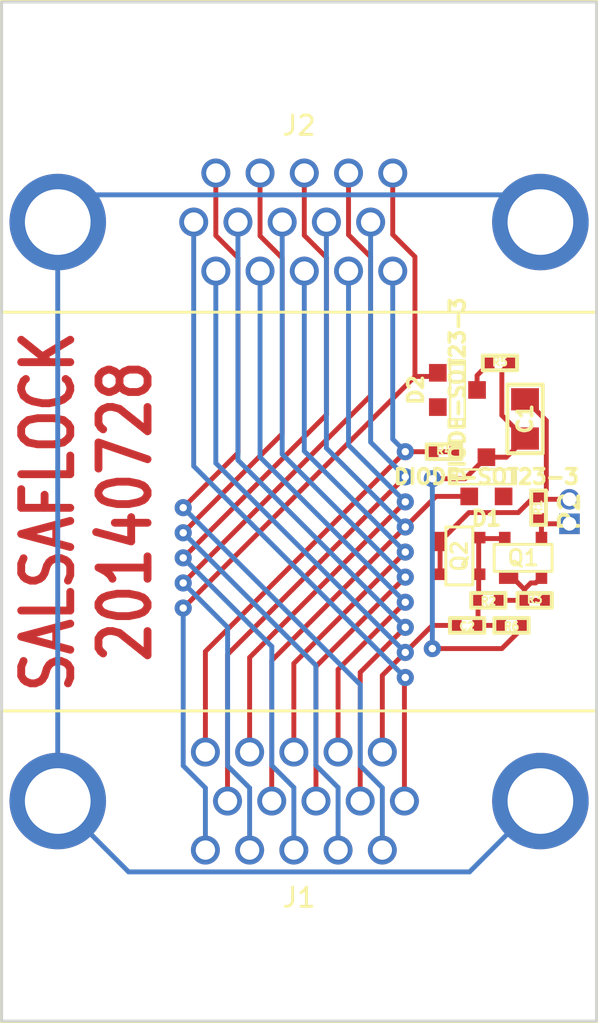
<source format=kicad_pcb>

(kicad_pcb
  (version 20171130)
  (host pcbnew "(5.1.12)-1")
  (general
    (thickness 1.6)
    (drawings 6)
    (tracks 152)
    (zones 0)
    (modules 15)
    (nets 23))
  (page A3)
  (layers
    (0 F.Cu signal)
    (31 B.Cu signal)
    (32 B.Adhes user hide)
    (33 F.Adhes user hide)
    (34 B.Paste user hide)
    (35 F.Paste user hide)
    (36 B.SilkS user hide)
    (37 F.SilkS user hide)
    (38 B.Mask user hide)
    (39 F.Mask user hide)
    (40 Dwgs.User user hide)
    (41 Cmts.User user hide)
    (42 Eco1.User user hide)
    (43 Eco2.User user hide)
    (44 Edge.Cuts user))
  (setup
    (last_trace_width 0.254)
    (trace_clearance 0.254)
    (zone_clearance 0.254)
    (zone_45_only no)
    (trace_min 0.254)
    (via_size 0.889)
    (via_drill 0.381)
    (via_min_size 0.6858)
    (via_min_drill 0.381)
    (uvia_size 0.508)
    (uvia_drill 0.127)
    (uvias_allowed no)
    (uvia_min_size 0.508)
    (uvia_min_drill 0.127)
    (edge_width 0.15)
    (segment_width 0.15)
    (pcb_text_width 0.3)
    (pcb_text_size 1 1)
    (mod_edge_width 0.15)
    (mod_text_size 1 1)
    (mod_text_width 0.15)
    (pad_size 0.508 0.5588)
    (pad_drill 0)
    (pad_to_mask_clearance 0.0762)
    (aux_axis_origin 0 0)
    (visible_elements 7FFFFFFF)
    (pcbplotparams
      (layerselection 0x00030_ffffffff)
      (usegerberextensions true)
      (usegerberattributes true)
      (usegerberadvancedattributes true)
      (creategerberjobfile true)
      (excludeedgelayer true)
      (linewidth 0.15)
      (plotframeref false)
      (viasonmask false)
      (mode 1)
      (useauxorigin false)
      (hpglpennumber 1)
      (hpglpenspeed 20)
      (hpglpendiameter 15.0)
      (psnegative false)
      (psa4output false)
      (plotreference false)
      (plotvalue false)
      (plotinvisibletext false)
      (padsonsilk false)
      (subtractmaskfromsilk false)
      (outputformat 1)
      (mirror false)
      (drillshape 0)
      (scaleselection 1)
      (outputdirectory "gerbers")))
  (net 0 "")
  (net 1 /DRAIN)
  (net 2 /GATE)
  (net 3 /KEY)
  (net 4 /RED)
  (net 5 /SCL)
  (net 6 /SHIELD)
  (net 7 /SOURCE)
  (net 8 /VGAGND)
  (net 9 GND)
  (net 10 N-000001)
  (net 11 N-0000010)
  (net 12 N-0000011)
  (net 13 N-0000014)
  (net 14 N-0000016)
  (net 15 N-000002)
  (net 16 N-000003)
  (net 17 N-000004)
  (net 18 N-000005)
  (net 19 N-000006)
  (net 20 N-000007)
  (net 21 N-000008)
  (net 22 N-000009)
  (net_class Default "This is the default net class."
    (clearance 0.254)
    (trace_width 0.254)
    (via_dia 0.889)
    (via_drill 0.381)
    (uvia_dia 0.508)
    (uvia_drill 0.127)
    (add_net /DRAIN)
    (add_net /GATE)
    (add_net /KEY)
    (add_net /RED)
    (add_net /SCL)
    (add_net /SHIELD)
    (add_net /SOURCE)
    (add_net /VGAGND)
    (add_net GND)
    (add_net N-000001)
    (add_net N-0000010)
    (add_net N-0000011)
    (add_net N-0000014)
    (add_net N-0000016)
    (add_net N-000002)
    (add_net N-000003)
    (add_net N-000004)
    (add_net N-000005)
    (add_net N-000006)
    (add_net N-000007)
    (add_net N-000008)
    (add_net N-000009))
  (module GSG-0402-SHORT-10MIL
    (layer F.Cu)
    (tedit 64637DC6)
    (tstamp 53B03628)
    (at 132.5 91.9 180)
    (path /53B032AD)
    (solder_mask_margin 0.1016)
    (fp_text reference R4
      (at 0 0.0508 180)
      (layer F.SilkS)
      (effects
        (font
          (size 0.4064 0.4064)
          (thickness 0.1016))))
    (fp_text value 0
      (at 0 0.0508 180)
      (layer F.SilkS) hide
      (effects
        (font
          (size 0.4064 0.4064)
          (thickness 0.1016))))
    (fp_line
      (start 0.889 -0.381)
      (end 0.889 0.381)
      (layer F.SilkS)
      (width 0.2032))
    (fp_line
      (start 0.889 0.381)
      (end -0.889 0.381)
      (layer F.SilkS)
      (width 0.2032))
    (fp_line
      (start -0.889 0.381)
      (end -0.889 -0.381)
      (layer F.SilkS)
      (width 0.2032))
    (fp_line
      (start -0.889 -0.381)
      (end 0.889 -0.381)
      (layer F.SilkS)
      (width 0.2032))
    (pad 2 smd rect
      (at 0.5334 0 180)
      (size 0.508 0.5588)
      (layers F.Cu F.Mask)
      (net 8 /VGAGND)
      (solder_mask_margin 0.1016))
    (pad 1 smd rect
      (at -0.5334 0 180)
      (size 0.508 0.5588)
      (layers F.Cu F.Mask)
      (die_length -1518.485687)
      (solder_mask_margin 0.1016))
    (pad "" smd rect
      (at 0 0 180)
      (size 0.762 0.254)
      (layers F.Cu F.Mask)))
  (module GSG-0402
    (layer F.Cu)
    (tedit 53B03450)
    (tstamp 53B0360A)
    (at 134.8 99.6)
    (path /53703213)
    (solder_mask_margin 0.1016)
    (fp_text reference R2
      (at 0 0.0508)
      (layer F.SilkS)
      (effects
        (font
          (size 0.4064 0.4064)
          (thickness 0.1016))))
    (fp_text value 10k
      (at 0 0.0508)
      (layer F.SilkS) hide
      (effects
        (font
          (size 0.4064 0.4064)
          (thickness 0.1016))))
    (fp_line
      (start 0.889 -0.381)
      (end 0.889 0.381)
      (layer F.SilkS)
      (width 0.2032))
    (fp_line
      (start 0.889 0.381)
      (end -0.889 0.381)
      (layer F.SilkS)
      (width 0.2032))
    (fp_line
      (start -0.889 0.381)
      (end -0.889 -0.381)
      (layer F.SilkS)
      (width 0.2032))
    (fp_line
      (start -0.889 -0.381)
      (end 0.889 -0.381)
      (layer F.SilkS)
      (width 0.2032))
    (pad 2 smd rect
      (at 0.5334 0)
      (size 0.508 0.5588)
      (layers F.Cu F.Paste F.Mask)
      (net 7 /SOURCE)
      (solder_mask_margin 0.1016))
    (pad 1 smd rect
      (at -0.5334 0)
      (size 0.508 0.5588)
      (layers F.Cu F.Paste F.Mask)
      (net 2 /GATE)
      (die_length -1518.485687)
      (solder_mask_margin 0.1016)))
  (module GSG-0402
    (layer F.Cu)
    (tedit 53B3B4DC)
    (tstamp 53B03614)
    (at 137.4 94.8 90)
    (path /5370DAFA)
    (solder_mask_margin 0.1016)
    (fp_text reference R1
      (at 0 -0.037 90)
      (layer F.SilkS)
      (effects
        (font
          (size 0.4064 0.4064)
          (thickness 0.1016))))
    (fp_text value DNP
      (at 0 0.0508 90)
      (layer F.SilkS) hide
      (effects
        (font
          (size 0.4064 0.4064)
          (thickness 0.1016))))
    (fp_line
      (start 0.889 -0.381)
      (end 0.889 0.381)
      (layer F.SilkS)
      (width 0.2032))
    (fp_line
      (start 0.889 0.381)
      (end -0.889 0.381)
      (layer F.SilkS)
      (width 0.2032))
    (fp_line
      (start -0.889 0.381)
      (end -0.889 -0.381)
      (layer F.SilkS)
      (width 0.2032))
    (fp_line
      (start -0.889 -0.381)
      (end 0.889 -0.381)
      (layer F.SilkS)
      (width 0.2032))
    (pad 2 smd rect
      (at 0.5334 0 90)
      (size 0.508 0.5588)
      (layers F.Cu F.Paste F.Mask)
      (net 9 GND)
      (solder_mask_margin 0.1016))
    (pad 1 smd rect
      (at -0.5334 0 90)
      (size 0.508 0.5588)
      (layers F.Cu F.Paste F.Mask)
      (net 1 /DRAIN)
      (die_length -1518.485687)
      (solder_mask_margin 0.1016)))
  (module GSG-50MIL-HEADER-1x2-TH
    (layer F.Cu)
    (tedit 53B03A6B)
    (tstamp 53B035FA)
    (at 139 95 90)
    (path /53B03152)
    (fp_text reference P2
      (at 0 0 90)
      (layer F.SilkS)
      (effects
        (font
          (size 1.00076 1.00076)
          (thickness 0.2032))))
    (fp_text value ANTENNA
      (at 0 0 90)
      (layer F.SilkS) hide
      (effects
        (font
          (size 1.00076 1.00076)
          (thickness 0.2032))))
    (pad 1 thru_hole rect
      (at -0.635 0 90)
      (size 1.0668 1.0668)
      (drill 0.7112)
      (layers *.Cu *.Mask)
      (net 1 /DRAIN))
    (pad 2 thru_hole circle
      (at 0.635 0 90)
      (size 1.0668 1.0668)
      (drill 0.7112)
      (layers *.Cu *.Mask)
      (net 9 GND)))
  (module GSG-0402-SHORT-10MIL
    (layer F.Cu)
    (tedit 64637E0E)
    (tstamp 53B0361E)
    (at 137.2 99.6 180)
    (path /5370DB07)
    (solder_mask_margin 0.1016)
    (fp_text reference R3
      (at 0 0.0508 180)
      (layer F.SilkS)
      (effects
        (font
          (size 0.4064 0.4064)
          (thickness 0.1016))))
    (fp_text value 0
      (at 0 0.0508 180)
      (layer F.SilkS) hide
      (effects
        (font
          (size 0.4064 0.4064)
          (thickness 0.1016))))
    (fp_line
      (start 0.889 -0.381)
      (end 0.889 0.381)
      (layer F.SilkS)
      (width 0.2032))
    (fp_line
      (start 0.889 0.381)
      (end -0.889 0.381)
      (layer F.SilkS)
      (width 0.2032))
    (fp_line
      (start -0.889 0.381)
      (end -0.889 -0.381)
      (layer F.SilkS)
      (width 0.2032))
    (fp_line
      (start -0.889 -0.381)
      (end 0.889 -0.381)
      (layer F.SilkS)
      (width 0.2032))
    (pad 2 smd rect
      (at 0.5334 0 180)
      (size 0.508 0.5588)
      (layers F.Cu F.Mask)
      (net 7 /SOURCE)
      (solder_mask_margin 0.1016))
    (pad 1 smd rect
      (at -0.5334 0 180)
      (size 0.508 0.5588)
      (layers F.Cu F.Mask)
      (die_length -1518.485687)
      (solder_mask_margin 0.1016))
    (pad "" smd rect
      (at 0 0 180)
      (size 0.762 0.254)
      (layers F.Cu F.Mask)))
  (module GSG-DB15-VGA
    (layer F.Cu)
    (tedit 53C81AA9)
    (tstamp 53C81BF1)
    (at 125 110)
    (path /53C80301)
    (fp_text reference J1
      (at 0 5)
      (layer F.SilkS)
      (effects
        (font
          (size 1 1)
          (thickness 0.15))))
    (fp_text value DB15-VGA
      (at 0 7)
      (layer F.SilkS) hide
      (effects
        (font
          (size 1 1)
          (thickness 0.15))))
    (fp_line
      (start -15.41 11.43)
      (end 15.41 11.43)
      (layer F.SilkS)
      (width 0.15))
    (fp_line
      (start 15.41 -4.67)
      (end -15.41 -4.67)
      (layer F.SilkS)
      (width 0.15))
    (fp_line
      (start 15.41 11.43)
      (end 15.41 -4.67)
      (layer F.SilkS)
      (width 0.15))
    (fp_line
      (start -15.41 11.43)
      (end -15.41 -4.67)
      (layer F.SilkS)
      (width 0.15))
    (pad 0 thru_hole circle
      (at -12.495 0)
      (size 5 5)
      (drill 3.4)
      (layers *.Cu *.Mask)
      (net 6 /SHIELD))
    (pad 0 thru_hole circle
      (at 12.495 0)
      (size 5 5)
      (drill 3.4)
      (layers *.Cu *.Mask)
      (net 6 /SHIELD))
    (pad 6 thru_hole circle
      (at 5.455 0)
      (size 1.5 1.5)
      (drill 1)
      (layers *.Cu *.Mask)
      (net 19 N-000006))
    (pad 7 thru_hole circle
      (at 3.165 0)
      (size 1.5 1.5)
      (drill 1)
      (layers *.Cu *.Mask)
      (net 15 N-000002))
    (pad 8 thru_hole circle
      (at 0.875 0)
      (size 1.5 1.5)
      (drill 1)
      (layers *.Cu *.Mask)
      (net 20 N-000007))
    (pad 9 thru_hole circle
      (at -1.415 0)
      (size 1.5 1.5)
      (drill 1)
      (layers *.Cu *.Mask)
      (net 3 /KEY))
    (pad 10 thru_hole circle
      (at -3.705 0)
      (size 1.5 1.5)
      (drill 1)
      (layers *.Cu *.Mask)
      (net 10 N-000001))
    (pad 1 thru_hole circle
      (at 4.31 -2.54)
      (size 1.5 1.5)
      (drill 1)
      (layers *.Cu *.Mask)
      (net 4 /RED))
    (pad 2 thru_hole circle
      (at 2.02 -2.54)
      (size 1.5 1.5)
      (drill 1)
      (layers *.Cu *.Mask)
      (net 16 N-000003))
    (pad 3 thru_hole circle
      (at -0.27 -2.54)
      (size 1.5 1.5)
      (drill 1)
      (layers *.Cu *.Mask)
      (net 17 N-000004))
    (pad 4 thru_hole circle
      (at -2.56 -2.54)
      (size 1.5 1.5)
      (drill 1)
      (layers *.Cu *.Mask)
      (net 18 N-000005))
    (pad 5 thru_hole circle
      (at -4.85 -2.54)
      (size 1.5 1.5)
      (drill 1)
      (layers *.Cu *.Mask)
      (net 8 /VGAGND))
    (pad 11 thru_hole circle
      (at 4.31 2.54)
      (size 1.5 1.5)
      (drill 1)
      (layers *.Cu *.Mask)
      (net 21 N-000008))
    (pad 12 thru_hole circle
      (at 2.02 2.54)
      (size 1.5 1.5)
      (drill 1)
      (layers *.Cu *.Mask)
      (net 22 N-000009))
    (pad 13 thru_hole circle
      (at -0.27 2.54)
      (size 1.5 1.5)
      (drill 1)
      (layers *.Cu *.Mask)
      (net 11 N-0000010))
    (pad 14 thru_hole circle
      (at -2.56 2.54)
      (size 1.5 1.5)
      (drill 1)
      (layers *.Cu *.Mask)
      (net 12 N-0000011))
    (pad 15 thru_hole circle
      (at -4.85 2.54)
      (size 1.5 1.5)
      (drill 1)
      (layers *.Cu *.Mask)
      (net 5 /SCL)))
  (module GSG-DB15-VGA
    (layer F.Cu)
    (tedit 53C81AA9)
    (tstamp 53C81C0A)
    (at 125 80 180)
    (path /53C8030E)
    (fp_text reference J2
      (at 0 5 180)
      (layer F.SilkS)
      (effects
        (font
          (size 1 1)
          (thickness 0.15))))
    (fp_text value DB15-VGA
      (at 0 7 180)
      (layer F.SilkS) hide
      (effects
        (font
          (size 1 1)
          (thickness 0.15))))
    (fp_line
      (start -15.41 11.43)
      (end 15.41 11.43)
      (layer F.SilkS)
      (width 0.15))
    (fp_line
      (start 15.41 -4.67)
      (end -15.41 -4.67)
      (layer F.SilkS)
      (width 0.15))
    (fp_line
      (start 15.41 11.43)
      (end 15.41 -4.67)
      (layer F.SilkS)
      (width 0.15))
    (fp_line
      (start -15.41 11.43)
      (end -15.41 -4.67)
      (layer F.SilkS)
      (width 0.15))
    (pad 0 thru_hole circle
      (at -12.495 0 180)
      (size 5 5)
      (drill 3.4)
      (layers *.Cu *.Mask)
      (net 6 /SHIELD))
    (pad 0 thru_hole circle
      (at 12.495 0 180)
      (size 5 5)
      (drill 3.4)
      (layers *.Cu *.Mask)
      (net 6 /SHIELD))
    (pad 6 thru_hole circle
      (at 5.455 0 180)
      (size 1.5 1.5)
      (drill 1)
      (layers *.Cu *.Mask)
      (net 19 N-000006))
    (pad 7 thru_hole circle
      (at 3.165 0 180)
      (size 1.5 1.5)
      (drill 1)
      (layers *.Cu *.Mask)
      (net 15 N-000002))
    (pad 8 thru_hole circle
      (at 0.875 0 180)
      (size 1.5 1.5)
      (drill 1)
      (layers *.Cu *.Mask)
      (net 20 N-000007))
    (pad 9 thru_hole circle
      (at -1.415 0 180)
      (size 1.5 1.5)
      (drill 1)
      (layers *.Cu *.Mask)
      (net 3 /KEY))
    (pad 10 thru_hole circle
      (at -3.705 0 180)
      (size 1.5 1.5)
      (drill 1)
      (layers *.Cu *.Mask)
      (net 10 N-000001))
    (pad 1 thru_hole circle
      (at 4.31 -2.54 180)
      (size 1.5 1.5)
      (drill 1)
      (layers *.Cu *.Mask)
      (net 4 /RED))
    (pad 2 thru_hole circle
      (at 2.02 -2.54 180)
      (size 1.5 1.5)
      (drill 1)
      (layers *.Cu *.Mask)
      (net 16 N-000003))
    (pad 3 thru_hole circle
      (at -0.27 -2.54 180)
      (size 1.5 1.5)
      (drill 1)
      (layers *.Cu *.Mask)
      (net 17 N-000004))
    (pad 4 thru_hole circle
      (at -2.56 -2.54 180)
      (size 1.5 1.5)
      (drill 1)
      (layers *.Cu *.Mask)
      (net 18 N-000005))
    (pad 5 thru_hole circle
      (at -4.85 -2.54 180)
      (size 1.5 1.5)
      (drill 1)
      (layers *.Cu *.Mask)
      (net 8 /VGAGND))
    (pad 11 thru_hole circle
      (at 4.31 2.54 180)
      (size 1.5 1.5)
      (drill 1)
      (layers *.Cu *.Mask)
      (net 21 N-000008))
    (pad 12 thru_hole circle
      (at 2.02 2.54 180)
      (size 1.5 1.5)
      (drill 1)
      (layers *.Cu *.Mask)
      (net 22 N-000009))
    (pad 13 thru_hole circle
      (at -0.27 2.54 180)
      (size 1.5 1.5)
      (drill 1)
      (layers *.Cu *.Mask)
      (net 11 N-0000010))
    (pad 14 thru_hole circle
      (at -2.56 2.54 180)
      (size 1.5 1.5)
      (drill 1)
      (layers *.Cu *.Mask)
      (net 12 N-0000011))
    (pad 15 thru_hole circle
      (at -4.85 2.54 180)
      (size 1.5 1.5)
      (drill 1)
      (layers *.Cu *.Mask)
      (net 5 /SCL)))
  (module GSG-0402
    (layer F.Cu)
    (tedit 53B03450)
    (tstamp 53C81C3A)
    (at 135.4 87.3 180)
    (path /53BD859D)
    (solder_mask_margin 0.1016)
    (fp_text reference R5
      (at 0 0.0508 180)
      (layer F.SilkS)
      (effects
        (font
          (size 0.4064 0.4064)
          (thickness 0.1016))))
    (fp_text value 10k
      (at 0 0.0508 180)
      (layer F.SilkS) hide
      (effects
        (font
          (size 0.4064 0.4064)
          (thickness 0.1016))))
    (fp_line
      (start 0.889 -0.381)
      (end 0.889 0.381)
      (layer F.SilkS)
      (width 0.2032))
    (fp_line
      (start 0.889 0.381)
      (end -0.889 0.381)
      (layer F.SilkS)
      (width 0.2032))
    (fp_line
      (start -0.889 0.381)
      (end -0.889 -0.381)
      (layer F.SilkS)
      (width 0.2032))
    (fp_line
      (start -0.889 -0.381)
      (end 0.889 -0.381)
      (layer F.SilkS)
      (width 0.2032))
    (pad 2 smd rect
      (at 0.5334 0 180)
      (size 0.508 0.5588)
      (layers F.Cu F.Paste F.Mask)
      (net 13 N-0000014)
      (solder_mask_margin 0.1016))
    (pad 1 smd rect
      (at -0.5334 0 180)
      (size 0.508 0.5588)
      (layers F.Cu F.Paste F.Mask)
      (net 14 N-0000016)
      (die_length -1518.485687)
      (solder_mask_margin 0.1016)))
  (module GSG-0402
    (layer F.Cu)
    (tedit 53B03450)
    (tstamp 53C81C44)
    (at 133.7 100.9)
    (path /53BD8613)
    (solder_mask_margin 0.1016)
    (fp_text reference C2
      (at 0 0.0508)
      (layer F.SilkS)
      (effects
        (font
          (size 0.4064 0.4064)
          (thickness 0.1016))))
    (fp_text value 1uF
      (at 0 0.0508)
      (layer F.SilkS) hide
      (effects
        (font
          (size 0.4064 0.4064)
          (thickness 0.1016))))
    (fp_line
      (start 0.889 -0.381)
      (end 0.889 0.381)
      (layer F.SilkS)
      (width 0.2032))
    (fp_line
      (start 0.889 0.381)
      (end -0.889 0.381)
      (layer F.SilkS)
      (width 0.2032))
    (fp_line
      (start -0.889 0.381)
      (end -0.889 -0.381)
      (layer F.SilkS)
      (width 0.2032))
    (fp_line
      (start -0.889 -0.381)
      (end 0.889 -0.381)
      (layer F.SilkS)
      (width 0.2032))
    (pad 2 smd rect
      (at 0.5334 0)
      (size 0.508 0.5588)
      (layers F.Cu F.Paste F.Mask)
      (net 2 /GATE)
      (solder_mask_margin 0.1016))
    (pad 1 smd rect
      (at -0.5334 0)
      (size 0.508 0.5588)
      (layers F.Cu F.Paste F.Mask)
      (net 4 /RED)
      (die_length -1518.485687)
      (solder_mask_margin 0.1016)))
  (module GSG-0402
    (layer F.Cu)
    (tedit 53B03450)
    (tstamp 53C81C4E)
    (at 136 100.9)
    (path /53BD8718)
    (solder_mask_margin 0.1016)
    (fp_text reference R6
      (at 0 0.0508)
      (layer F.SilkS)
      (effects
        (font
          (size 0.4064 0.4064)
          (thickness 0.1016))))
    (fp_text value 10k
      (at 0 0.0508)
      (layer F.SilkS) hide
      (effects
        (font
          (size 0.4064 0.4064)
          (thickness 0.1016))))
    (fp_line
      (start 0.889 -0.381)
      (end 0.889 0.381)
      (layer F.SilkS)
      (width 0.2032))
    (fp_line
      (start 0.889 0.381)
      (end -0.889 0.381)
      (layer F.SilkS)
      (width 0.2032))
    (fp_line
      (start -0.889 0.381)
      (end -0.889 -0.381)
      (layer F.SilkS)
      (width 0.2032))
    (fp_line
      (start -0.889 -0.381)
      (end 0.889 -0.381)
      (layer F.SilkS)
      (width 0.2032))
    (pad 2 smd rect
      (at 0.5334 0)
      (size 0.508 0.5588)
      (layers F.Cu F.Paste F.Mask)
      (net 14 N-0000016)
      (solder_mask_margin 0.1016))
    (pad 1 smd rect
      (at -0.5334 0)
      (size 0.508 0.5588)
      (layers F.Cu F.Paste F.Mask)
      (net 2 /GATE)
      (die_length -1518.485687)
      (solder_mask_margin 0.1016)))
  (module GSG-0805
    (layer F.Cu)
    (tedit 53C84948)
    (tstamp 53C81C30)
    (at 136.7 90.2 270)
    (path /53BD8720)
    (solder_mask_margin 0.1016)
    (fp_text reference C1
      (at 0 0 270)
      (layer F.SilkS)
      (effects
        (font
          (size 0.762 0.762)
          (thickness 0.1905))))
    (fp_text value 22uF
      (at 0 0 270)
      (layer F.SilkS) hide
      (effects
        (font
          (size 0.762 0.762)
          (thickness 0.1905))))
    (fp_line
      (start -1.778 -0.9144)
      (end 1.778 -0.9144)
      (layer F.SilkS)
      (width 0.2032))
    (fp_line
      (start 1.778 -0.9144)
      (end 1.778 0.9144)
      (layer F.SilkS)
      (width 0.2032))
    (fp_line
      (start 1.778 0.9144)
      (end -1.778 0.9144)
      (layer F.SilkS)
      (width 0.2032))
    (fp_line
      (start -1.778 0.9144)
      (end -1.778 -0.9144)
      (layer F.SilkS)
      (width 0.2032))
    (pad 2 smd rect
      (at 1.016 0 270)
      (size 1.15062 1.44018)
      (layers F.Cu F.Paste F.Mask)
      (net 14 N-0000016)
      (die_length 0.08128)
      (solder_mask_margin 0.1016)
      (clearance 0.1778))
    (pad 1 smd rect
      (at -1.016 0 270)
      (size 1.15062 1.44018)
      (layers F.Cu F.Paste F.Mask)
      (net 9 GND)
      (die_length -1518.485687)
      (solder_mask_margin 0.1016)
      (clearance 0.1778)))
  (module GSG-SOT23-3
    (layer F.Cu)
    (tedit 53D5BEF1)
    (tstamp 53C81C18)
    (at 133.2 88.7 90)
    (tags "CMS SOT")
    (path /53D5C057)
    (attr smd)
    (fp_text reference D2
      (at 0 -2.159 90)
      (layer F.SilkS)
      (effects
        (font
          (size 0.762 0.762)
          (thickness 0.1905))))
    (fp_text value DIODE-SOT23-3
      (at 0 0 90)
      (layer F.SilkS)
      (effects
        (font
          (size 0.762 0.762)
          (thickness 0.1905))))
    (fp_line
      (start -1.524 -0.381)
      (end 1.524 -0.381)
      (layer F.SilkS)
      (width 0.127))
    (fp_line
      (start 1.524 -0.381)
      (end 1.524 0.381)
      (layer F.SilkS)
      (width 0.127))
    (fp_line
      (start 1.524 0.381)
      (end -1.524 0.381)
      (layer F.SilkS)
      (width 0.127))
    (fp_line
      (start -1.524 0.381)
      (end -1.524 -0.381)
      (layer F.SilkS)
      (width 0.127))
    (pad 2 smd rect
      (at -0.889 -1.016 90)
      (size 0.9144 0.9144)
      (layers F.Cu F.Paste F.Mask)
      (die_length 0.00762))
    (pad 1 smd rect
      (at 0.889 -1.016 90)
      (size 0.9144 0.9144)
      (layers F.Cu F.Paste F.Mask)
      (net 5 /SCL))
    (pad 3 smd rect
      (at 0 1.016 90)
      (size 0.9144 0.9144)
      (layers F.Cu F.Paste F.Mask)
      (net 13 N-0000014)
      (die_length 0.28194))
    (model smd/cms_sot23.wrl
      (at
        (xyz 0 0 0))
      (scale
        (xyz 0.13 0.15 0.15))
      (rotate
        (xyz 0 0 0))))
  (module GSG-SOT23-3
    (layer F.Cu)
    (tedit 53D5BEF1)
    (tstamp 53C81C26)
    (at 134.7 93.2 180)
    (tags "CMS SOT")
    (path /53D5C022)
    (attr smd)
    (fp_text reference D1
      (at 0 -2.159 180)
      (layer F.SilkS)
      (effects
        (font
          (size 0.762 0.762)
          (thickness 0.1905))))
    (fp_text value DIODE-SOT23-3
      (at 0 0 180)
      (layer F.SilkS)
      (effects
        (font
          (size 0.762 0.762)
          (thickness 0.1905))))
    (fp_line
      (start -1.524 -0.381)
      (end 1.524 -0.381)
      (layer F.SilkS)
      (width 0.127))
    (fp_line
      (start 1.524 -0.381)
      (end 1.524 0.381)
      (layer F.SilkS)
      (width 0.127))
    (fp_line
      (start 1.524 0.381)
      (end -1.524 0.381)
      (layer F.SilkS)
      (width 0.127))
    (fp_line
      (start -1.524 0.381)
      (end -1.524 -0.381)
      (layer F.SilkS)
      (width 0.127))
    (pad 2 smd rect
      (at -0.889 -1.016 180)
      (size 0.9144 0.9144)
      (layers F.Cu F.Paste F.Mask)
      (die_length 0.00762))
    (pad 1 smd rect
      (at 0.889 -1.016 180)
      (size 0.9144 0.9144)
      (layers F.Cu F.Paste F.Mask)
      (net 3 /KEY))
    (pad 3 smd rect
      (at 0 1.016 180)
      (size 0.9144 0.9144)
      (layers F.Cu F.Paste F.Mask)
      (net 14 N-0000016)
      (die_length 0.28194))
    (model smd/cms_sot23.wrl
      (at
        (xyz 0 0 0))
      (scale
        (xyz 0.13 0.15 0.15))
      (rotate
        (xyz 0 0 0))))
  (module GSG-SOT143B-GDS
    (layer F.Cu)
    (tedit 53D5C311)
    (tstamp 53B035F4)
    (at 136.6 97.4)
    (path /53D5C0DC)
    (fp_text reference Q1
      (at 0 0)
      (layer F.SilkS)
      (effects
        (font
          (size 0.8 0.8)
          (thickness 0.15))))
    (fp_text value MOSFET_N
      (at 0 0)
      (layer F.SilkS) hide
      (effects
        (font
          (size 0.8 0.8)
          (thickness 0.15))))
    (fp_line
      (start -1.5 -0.7)
      (end 1.5 -0.7)
      (layer F.SilkS)
      (width 0.15))
    (fp_line
      (start 1.5 -0.7)
      (end 1.5 0.7)
      (layer F.SilkS)
      (width 0.15))
    (fp_line
      (start 1.5 0.7)
      (end -1.5 0.7)
      (layer F.SilkS)
      (width 0.15))
    (fp_line
      (start -1.5 0.7)
      (end -1.5 -0.7)
      (layer F.SilkS)
      (width 0.15))
    (pad B smd rect
      (at -0.75 1)
      (size 1 0.7)
      (layers F.Cu F.Paste F.Mask)
      (net 7 /SOURCE))
    (pad S smd rect
      (at 0.95 1)
      (size 0.6 0.7)
      (layers F.Cu F.Paste F.Mask)
      (net 7 /SOURCE))
    (pad D smd rect
      (at 0.95 -1)
      (size 0.6 0.7)
      (layers F.Cu F.Paste F.Mask)
      (net 1 /DRAIN))
    (pad G smd rect
      (at -0.95 -1)
      (size 0.6 0.7)
      (layers F.Cu F.Paste F.Mask)
      (net 2 /GATE)))
  (module GSG-SOT143B-GDS
    (layer F.Cu)
    (tedit 53D5C311)
    (tstamp 53C81BD8)
    (at 133.3 97.3 270)
    (path /53BD8551)
    (fp_text reference Q2
      (at 0 0 270)
      (layer F.SilkS)
      (effects
        (font
          (size 0.8 0.8)
          (thickness 0.15))))
    (fp_text value MOSFET_N
      (at 0 0 270)
      (layer F.SilkS) hide
      (effects
        (font
          (size 0.8 0.8)
          (thickness 0.15))))
    (fp_line
      (start -1.5 -0.7)
      (end 1.5 -0.7)
      (layer F.SilkS)
      (width 0.15))
    (fp_line
      (start 1.5 -0.7)
      (end 1.5 0.7)
      (layer F.SilkS)
      (width 0.15))
    (fp_line
      (start 1.5 0.7)
      (end -1.5 0.7)
      (layer F.SilkS)
      (width 0.15))
    (fp_line
      (start -1.5 0.7)
      (end -1.5 -0.7)
      (layer F.SilkS)
      (width 0.15))
    (pad B smd rect
      (at -0.75 1 270)
      (size 1 0.7)
      (layers F.Cu F.Paste F.Mask)
      (net 9 GND))
    (pad S smd rect
      (at 0.95 1 270)
      (size 0.6 0.7)
      (layers F.Cu F.Paste F.Mask)
      (net 9 GND))
    (pad D smd rect
      (at 0.95 -1 270)
      (size 0.6 0.7)
      (layers F.Cu F.Paste F.Mask)
      (net 2 /GATE))
    (pad G smd rect
      (at -0.95 -1 270)
      (size 0.6 0.7)
      (layers F.Cu F.Paste F.Mask)
      (net 2 /GATE)))
  (gr_line
    (start 140.4 68.6)
    (end 109.6 68.6)
    (angle 90)
    (layer Edge.Cuts)
    (width 0.15))
  (gr_line
    (start 140.4 121.4)
    (end 140.4 68.6)
    (angle 90)
    (layer Edge.Cuts)
    (width 0.15))
  (gr_line
    (start 109.6 121.4)
    (end 140.4 121.4)
    (angle 90)
    (layer Edge.Cuts)
    (width 0.15))
  (gr_line
    (start 109.6 68.6)
    (end 109.6 121.4)
    (angle 90)
    (layer Edge.Cuts)
    (width 0.15))
  (gr_text 20140728
    (at 116 95 90)
    (layer F.Cu)
    (effects
      (font
        (size 2.54 2.032)
        (thickness 0.4064))))
  (gr_text SALSAFLOCK
    (at 112 95 90)
    (layer F.Cu)
    (effects
      (font
        (size 2.54 2.032)
        (thickness 0.4064))))
  (segment
    (start 137.55 96.4)
    (end 137.55 95.4834)
    (width 0.254)
    (layer F.Cu)
    (net 1))
  (segment
    (start 137.55 95.4834)
    (end 137.4 95.3334)
    (width 0.254)
    (layer F.Cu)
    (net 1)
    (tstamp 53D5C6DA))
  (segment
    (start 139 95.635)
    (end 137.7016 95.635)
    (width 0.254)
    (layer F.Cu)
    (net 1))
  (segment
    (start 137.7016 95.635)
    (end 137.4 95.3334)
    (width 0.254)
    (layer F.Cu)
    (net 1)
    (tstamp 53D5C6D7))
  (segment
    (start 134.2334 100.9)
    (end 135.4666 100.9)
    (width 0.254)
    (layer F.Cu)
    (net 2))
  (segment
    (start 134.2666 99.6)
    (end 134.2666 100.8668)
    (width 0.254)
    (layer F.Cu)
    (net 2))
  (segment
    (start 134.2666 100.8668)
    (end 134.2334 100.9)
    (width 0.254)
    (layer F.Cu)
    (net 2)
    (tstamp 53D5C74C))
  (segment
    (start 134.3 98.25)
    (end 134.3 99.5666)
    (width 0.254)
    (layer F.Cu)
    (net 2))
  (segment
    (start 134.3 99.5666)
    (end 134.2666 99.6)
    (width 0.254)
    (layer F.Cu)
    (net 2)
    (tstamp 53D5C749))
  (segment
    (start 134.3 96.35)
    (end 134.3 98.25)
    (width 0.254)
    (layer F.Cu)
    (net 2))
  (segment
    (start 135.65 96.4)
    (end 134.35 96.4)
    (width 0.254)
    (layer F.Cu)
    (net 2))
  (segment
    (start 134.35 96.4)
    (end 134.3 96.35)
    (width 0.254)
    (layer F.Cu)
    (net 2)
    (tstamp 53D5C744))
  (segment
    (start 133.811 94.216)
    (end 132.084 94.216)
    (width 0.254)
    (layer F.Cu)
    (net 3))
  (segment
    (start 132.084 94.216)
    (end 130.5 95.8)
    (width 0.254)
    (layer F.Cu)
    (net 3)
    (tstamp 53D5C6E2))
  (segment
    (start 123.585 110)
    (end 123.585 102.715)
    (width 0.254)
    (layer F.Cu)
    (net 3))
  (segment
    (start 126.415 91.715)
    (end 126.415 80)
    (width 0.254)
    (layer B.Cu)
    (net 3)
    (tstamp 53C81E06))
  (segment
    (start 130.5 95.8)
    (end 126.415 91.715)
    (width 0.254)
    (layer B.Cu)
    (net 3)
    (tstamp 53C81E05))
  (segment
    (start 123.585 102.715)
    (end 130.5 95.8)
    (width 0.254)
    (layer F.Cu)
    (net 3)
    (tstamp 53C81DFC))
  (segment
    (start 133.1666 100.9)
    (end 131.9 100.9)
    (width 0.254)
    (layer F.Cu)
    (net 4))
  (segment
    (start 131.9 100.9)
    (end 130.5 102.3)
    (width 0.254)
    (layer F.Cu)
    (net 4)
    (tstamp 53D5C74F))
  (segment
    (start 129.31 107.46)
    (end 129.31 103.49)
    (width 0.254)
    (layer F.Cu)
    (net 4))
  (segment
    (start 120.69 92.49)
    (end 120.69 82.54)
    (width 0.254)
    (layer B.Cu)
    (net 4)
    (tstamp 53C81DB9))
  (segment
    (start 130.5 102.3)
    (end 120.69 92.49)
    (width 0.254)
    (layer B.Cu)
    (net 4)
    (tstamp 53C81DB8))
  (segment
    (start 129.31 103.49)
    (end 130.5 102.3)
    (width 0.254)
    (layer F.Cu)
    (net 4)
    (tstamp 53C81DAC))
  (segment
    (start 131 88)
    (end 131.995 88)
    (width 0.254)
    (layer F.Cu)
    (net 5))
  (segment
    (start 131.995 88)
    (end 132.184 87.811)
    (width 0.254)
    (layer F.Cu)
    (net 5)
    (tstamp 53D5C6BB))
  (segment
    (start 119 108.17)
    (end 119 100)
    (width 0.254)
    (layer B.Cu)
    (net 5))
  (segment
    (start 120.15 109.32)
    (end 119 108.17)
    (width 0.254)
    (layer B.Cu)
    (net 5)
    (tstamp 53C81EF9))
  (segment
    (start 120.15 112.54)
    (end 120.15 109.32)
    (width 0.254)
    (layer B.Cu)
    (net 5))
  (segment
    (start 129.85 80.65)
    (end 129.85 77.46)
    (width 0.254)
    (layer F.Cu)
    (net 5)
    (tstamp 53C84495))
  (segment
    (start 131 81.8)
    (end 129.85 80.65)
    (width 0.254)
    (layer F.Cu)
    (net 5)
    (tstamp 53C8448F))
  (segment
    (start 131 88)
    (end 131 81.8)
    (width 0.254)
    (layer F.Cu)
    (net 5)
    (tstamp 53C84483))
  (segment
    (start 119 100)
    (end 131 88)
    (width 0.254)
    (layer F.Cu)
    (net 5)
    (tstamp 53C84482))
  (segment
    (start 136.086001 78.591001)
    (end 113.913999 78.591001)
    (width 0.254)
    (layer B.Cu)
    (net 6))
  (segment
    (start 113.913999 78.591001)
    (end 112.505 80)
    (width 0.254)
    (layer B.Cu)
    (net 6))
  (segment
    (start 137.495 80)
    (end 136.086001 78.591001)
    (width 0.254)
    (layer B.Cu)
    (net 6))
  (segment
    (start 112.505 80)
    (end 112.505 110)
    (width 0.254)
    (layer B.Cu)
    (net 6))
  (segment
    (start 133.823999 113.671001)
    (end 137.495 110)
    (width 0.254)
    (layer B.Cu)
    (net 6))
  (segment
    (start 116.176001 113.671001)
    (end 133.823999 113.671001)
    (width 0.254)
    (layer B.Cu)
    (net 6))
  (segment
    (start 112.505 110)
    (end 116.176001 113.671001)
    (width 0.254)
    (layer B.Cu)
    (net 6))
  (segment
    (start 135.85 98.4)
    (end 136.0332 98.4)
    (width 0.254)
    (layer F.Cu)
    (net 7))
  (segment
    (start 136.0332 98.4)
    (end 136.6666 99.0334)
    (width 0.254)
    (layer F.Cu)
    (net 7)
    (tstamp 53EAED6D))
  (segment
    (start 136.6666 99.6)
    (end 136.6666 99.0334)
    (width 0.254)
    (layer F.Cu)
    (net 7))
  (segment
    (start 137.25 98.7)
    (end 137.55 98.4)
    (width 0.254)
    (layer F.Cu)
    (net 7)
    (tstamp 53D5CAC3))
  (segment
    (start 137 98.7)
    (end 137.25 98.7)
    (width 0.254)
    (layer F.Cu)
    (net 7)
    (tstamp 53D5CABE))
  (segment
    (start 136.6666 99.0334)
    (end 137 98.7)
    (width 0.254)
    (layer F.Cu)
    (net 7)
    (tstamp 53D5CABB))
  (segment
    (start 135.3334 99.6)
    (end 136.6666 99.6)
    (width 0.254)
    (layer F.Cu)
    (net 7))
  (segment
    (start 131.9666 91.9)
    (end 130.5 91.9)
    (width 0.254)
    (layer F.Cu)
    (net 8))
  (segment
    (start 120.15 107.46)
    (end 120.15 102.25)
    (width 0.254)
    (layer F.Cu)
    (net 8))
  (segment
    (start 129.85 91.25)
    (end 129.85 82.54)
    (width 0.254)
    (layer B.Cu)
    (net 8)
    (tstamp 53C81E2E))
  (segment
    (start 130.5 91.9)
    (end 129.85 91.25)
    (width 0.254)
    (layer B.Cu)
    (net 8)
    (tstamp 53C81E2D))
  (segment
    (start 120.15 102.25)
    (end 130.5 91.9)
    (width 0.254)
    (layer F.Cu)
    (net 8)
    (tstamp 53C81E25))
  (segment
    (start 139 94.365)
    (end 137.4984 94.365)
    (width 0.254)
    (layer F.Cu)
    (net 9))
  (segment
    (start 137.4984 94.365)
    (end 137.4 94.2666)
    (width 0.254)
    (layer F.Cu)
    (net 9)
    (tstamp 53D5C6D3))
  (segment
    (start 137.801091 93.865509)
    (end 137.4 94.2666)
    (width 0.254)
    (layer F.Cu)
    (net 9))
  (segment
    (start 137.801091 90.285091)
    (end 137.801091 93.865509)
    (width 0.254)
    (layer F.Cu)
    (net 9))
  (segment
    (start 136.7 89.184)
    (end 137.801091 90.285091)
    (width 0.254)
    (layer F.Cu)
    (net 9))
  (segment
    (start 132.3 96.55)
    (end 132.3 98.25)
    (width 0.254)
    (layer F.Cu)
    (net 9))
  (segment
    (start 137.138602 94.2666)
    (end 137.4 94.2666)
    (width 0.254)
    (layer F.Cu)
    (net 9))
  (segment
    (start 136.351001 95.054201)
    (end 137.138602 94.2666)
    (width 0.254)
    (layer F.Cu)
    (net 9))
  (segment
    (start 133.795799 95.054201)
    (end 136.351001 95.054201)
    (width 0.254)
    (layer F.Cu)
    (net 9))
  (segment
    (start 132.3 96.55)
    (end 133.795799 95.054201)
    (width 0.254)
    (layer F.Cu)
    (net 9))
  (segment
    (start 121.295 110)
    (end 121.295 102.405)
    (width 0.254)
    (layer F.Cu)
    (net 10))
  (segment
    (start 128.705 91.405)
    (end 128.705 80)
    (width 0.254)
    (layer B.Cu)
    (net 10)
    (tstamp 53C81E20))
  (segment
    (start 130.5 93.2)
    (end 128.705 91.405)
    (width 0.254)
    (layer B.Cu)
    (net 10)
    (tstamp 53C81E1F))
  (segment
    (start 121.295 102.405)
    (end 130.5 93.2)
    (width 0.254)
    (layer F.Cu)
    (net 10)
    (tstamp 53C81E17))
  (segment
    (start 119 97.4)
    (end 126.42 89.98)
    (width 0.254)
    (layer F.Cu)
    (net 11))
  (segment
    (start 123.59 101.99)
    (end 119 97.4)
    (width 0.254)
    (layer B.Cu)
    (net 11)
    (tstamp 53C844F1))
  (segment
    (start 124.73 109.3)
    (end 123.59 108.16)
    (width 0.254)
    (layer B.Cu)
    (net 11)
    (tstamp 53C81EA5))
  (segment
    (start 124.73 112.54)
    (end 124.73 109.3)
    (width 0.254)
    (layer B.Cu)
    (net 11))
  (segment
    (start 123.59 108.16)
    (end 123.59 101.99)
    (width 0.254)
    (layer B.Cu)
    (net 11))
  (segment
    (start 125.27 80.69)
    (end 125.27 77.46)
    (width 0.254)
    (layer F.Cu)
    (net 11)
    (tstamp 53C84534))
  (segment
    (start 126.42 81.84)
    (end 125.27 80.69)
    (width 0.254)
    (layer F.Cu)
    (net 11)
    (tstamp 53C84530))
  (segment
    (start 126.42 89.98)
    (end 126.42 81.84)
    (width 0.254)
    (layer F.Cu)
    (net 11)
    (tstamp 53C84523))
  (segment
    (start 121.3 108.18)
    (end 121.3 101)
    (width 0.254)
    (layer B.Cu)
    (net 12))
  (segment
    (start 122.44 109.32)
    (end 121.3 108.18)
    (width 0.254)
    (layer B.Cu)
    (net 12)
    (tstamp 53C81EB9))
  (segment
    (start 122.44 112.54)
    (end 122.44 109.32)
    (width 0.254)
    (layer B.Cu)
    (net 12))
  (segment
    (start 127.56 80.66)
    (end 127.56 77.46)
    (width 0.254)
    (layer F.Cu)
    (net 12)
    (tstamp 53C844BA))
  (segment
    (start 128.7 81.8)
    (end 127.56 80.66)
    (width 0.254)
    (layer F.Cu)
    (net 12)
    (tstamp 53C844B4))
  (segment
    (start 128.7 89)
    (end 128.7 81.8)
    (width 0.254)
    (layer F.Cu)
    (net 12)
    (tstamp 53C844B1))
  (segment
    (start 119 98.7)
    (end 128.7 89)
    (width 0.254)
    (layer F.Cu)
    (net 12)
    (tstamp 53C844B0))
  (segment
    (start 121.3 101)
    (end 119 98.7)
    (width 0.254)
    (layer B.Cu)
    (net 12)
    (tstamp 53C8449E))
  (segment
    (start 134.216 88.7)
    (end 134.216 87.9506)
    (width 0.254)
    (layer F.Cu)
    (net 13))
  (segment
    (start 134.216 87.9506)
    (end 134.8666 87.3)
    (width 0.254)
    (layer F.Cu)
    (net 13)
    (tstamp 53D5C6BF))
  (segment
    (start 136.5334 100.9)
    (end 136.5334 101.0666)
    (width 0.254)
    (layer F.Cu)
    (net 14))
  (segment
    (start 133.584 93.3)
    (end 134.7 92.184)
    (width 0.254)
    (layer F.Cu)
    (net 14)
    (tstamp 53D5C79D))
  (segment
    (start 131.9 93.3)
    (end 133.584 93.3)
    (width 0.254)
    (layer F.Cu)
    (net 14)
    (tstamp 53D5C79C))
  (segment
    (start 131.9 102.1)
    (end 131.9 93.3)
    (width 0.254)
    (layer B.Cu)
    (net 14)
    (tstamp 53D5C796))
  (segment
    (start 135.5 102.1)
    (end 131.9 102.1)
    (width 0.254)
    (layer F.Cu)
    (net 14)
    (tstamp 53D5C790))
  (segment
    (start 136.5334 101.0666)
    (end 135.5 102.1)
    (width 0.254)
    (layer F.Cu)
    (net 14)
    (tstamp 53D5C78D))
  (segment
    (start 134.7 92.184)
    (end 135.732 92.184)
    (width 0.254)
    (layer F.Cu)
    (net 14))
  (segment
    (start 135.732 92.184)
    (end 136.7 91.216)
    (width 0.254)
    (layer F.Cu)
    (net 14)
    (tstamp 53D5C6CA))
  (segment
    (start 135.9334 87.3)
    (end 135.5 87.7334)
    (width 0.254)
    (layer F.Cu)
    (net 14))
  (segment
    (start 135.5 90.016)
    (end 136.7 91.216)
    (width 0.254)
    (layer F.Cu)
    (net 14)
    (tstamp 53D5C6C5))
  (segment
    (start 135.5 87.7334)
    (end 135.5 90.016)
    (width 0.254)
    (layer F.Cu)
    (net 14)
    (tstamp 53D5C6C3))
  (segment
    (start 128.165 110)
    (end 128.165 103.335)
    (width 0.254)
    (layer F.Cu)
    (net 15))
  (segment
    (start 121.835 92.335)
    (end 121.835 80)
    (width 0.254)
    (layer B.Cu)
    (net 15)
    (tstamp 53C81DC9))
  (segment
    (start 130.5 101)
    (end 121.835 92.335)
    (width 0.254)
    (layer B.Cu)
    (net 15)
    (tstamp 53C81DC8))
  (segment
    (start 128.165 103.335)
    (end 130.5 101)
    (width 0.254)
    (layer F.Cu)
    (net 15)
    (tstamp 53C81DBE))
  (segment
    (start 127.02 107.46)
    (end 127.02 103.18)
    (width 0.254)
    (layer F.Cu)
    (net 16))
  (segment
    (start 122.98 92.18)
    (end 122.98 82.54)
    (width 0.254)
    (layer B.Cu)
    (net 16)
    (tstamp 53C81DDA))
  (segment
    (start 130.5 99.7)
    (end 122.98 92.18)
    (width 0.254)
    (layer B.Cu)
    (net 16)
    (tstamp 53C81DD9))
  (segment
    (start 127.02 103.18)
    (end 130.5 99.7)
    (width 0.254)
    (layer F.Cu)
    (net 16)
    (tstamp 53C81DCF))
  (segment
    (start 124.73 107.46)
    (end 124.73 102.87)
    (width 0.254)
    (layer F.Cu)
    (net 17))
  (segment
    (start 125.27 91.87)
    (end 125.27 82.54)
    (width 0.254)
    (layer B.Cu)
    (net 17)
    (tstamp 53C81DF8))
  (segment
    (start 130.5 97.1)
    (end 125.27 91.87)
    (width 0.254)
    (layer B.Cu)
    (net 17)
    (tstamp 53C81DF7))
  (segment
    (start 124.73 102.87)
    (end 130.5 97.1)
    (width 0.254)
    (layer F.Cu)
    (net 17)
    (tstamp 53C81DEB))
  (segment
    (start 122.44 107.46)
    (end 122.44 102.56)
    (width 0.254)
    (layer F.Cu)
    (net 18))
  (segment
    (start 127.56 91.56)
    (end 127.56 82.54)
    (width 0.254)
    (layer B.Cu)
    (net 18)
    (tstamp 53C81E13))
  (segment
    (start 130.5 94.5)
    (end 127.56 91.56)
    (width 0.254)
    (layer B.Cu)
    (net 18)
    (tstamp 53C81E12))
  (segment
    (start 122.44 102.56)
    (end 130.5 94.5)
    (width 0.254)
    (layer F.Cu)
    (net 18)
    (tstamp 53C81E0B))
  (segment
    (start 130.455 110)
    (end 130.455 103.645)
    (width 0.254)
    (layer F.Cu)
    (net 19))
  (segment
    (start 119.545 92.645)
    (end 119.545 80)
    (width 0.254)
    (layer B.Cu)
    (net 19)
    (tstamp 53C81D9E))
  (segment
    (start 130.5 103.6)
    (end 119.545 92.645)
    (width 0.254)
    (layer B.Cu)
    (net 19)
    (tstamp 53C81D9D))
  (segment
    (start 130.455 103.645)
    (end 130.5 103.6)
    (width 0.254)
    (layer F.Cu)
    (net 19)
    (tstamp 53C81D95))
  (segment
    (start 125.875 110)
    (end 125.875 103.025)
    (width 0.254)
    (layer F.Cu)
    (net 20))
  (segment
    (start 124.125 92.025)
    (end 124.125 80)
    (width 0.254)
    (layer B.Cu)
    (net 20)
    (tstamp 53C81DE7))
  (segment
    (start 130.5 98.4)
    (end 124.125 92.025)
    (width 0.254)
    (layer B.Cu)
    (net 20)
    (tstamp 53C81DE6))
  (segment
    (start 125.875 103.025)
    (end 130.5 98.4)
    (width 0.254)
    (layer F.Cu)
    (net 20)
    (tstamp 53C81DDE))
  (segment
    (start 119 94.8)
    (end 121.84 91.96)
    (width 0.254)
    (layer F.Cu)
    (net 21))
  (segment
    (start 128.17 103.97)
    (end 119 94.8)
    (width 0.254)
    (layer B.Cu)
    (net 21)
    (tstamp 53C8450D))
  (segment
    (start 129.31 112.54)
    (end 129.31 109.31)
    (width 0.254)
    (layer B.Cu)
    (net 21))
  (segment
    (start 129.31 109.31)
    (end 128.17 108.17)
    (width 0.254)
    (layer B.Cu)
    (net 21)
    (tstamp 53C81E58))
  (segment
    (start 128.17 108.17)
    (end 128.17 103.97)
    (width 0.254)
    (layer B.Cu)
    (net 21))
  (segment
    (start 120.69 80.7)
    (end 120.69 77.46)
    (width 0.254)
    (layer F.Cu)
    (net 21)
    (tstamp 53C8455C))
  (segment
    (start 121.84 81.85)
    (end 120.69 80.7)
    (width 0.254)
    (layer F.Cu)
    (net 21)
    (tstamp 53C84557))
  (segment
    (start 121.84 91.96)
    (end 121.84 81.85)
    (width 0.254)
    (layer F.Cu)
    (net 21)
    (tstamp 53C84550))
  (segment
    (start 119 96.1)
    (end 124.13 90.97)
    (width 0.254)
    (layer F.Cu)
    (net 22))
  (segment
    (start 125.87 102.97)
    (end 119 96.1)
    (width 0.254)
    (layer B.Cu)
    (net 22)
    (tstamp 53C844FE))
  (segment
    (start 127.02 112.54)
    (end 127.02 109.3)
    (width 0.254)
    (layer B.Cu)
    (net 22))
  (segment
    (start 127.02 109.3)
    (end 125.87 108.15)
    (width 0.254)
    (layer B.Cu)
    (net 22)
    (tstamp 53C81E95))
  (segment
    (start 125.87 108.15)
    (end 125.87 102.97)
    (width 0.254)
    (layer B.Cu)
    (net 22))
  (segment
    (start 122.98 80.72)
    (end 122.98 77.46)
    (width 0.254)
    (layer F.Cu)
    (net 22)
    (tstamp 53C8454A))
  (segment
    (start 124.13 81.87)
    (end 122.98 80.72)
    (width 0.254)
    (layer F.Cu)
    (net 22)
    (tstamp 53C84544))
  (segment
    (start 124.13 90.97)
    (end 124.13 81.87)
    (width 0.254)
    (layer F.Cu)
    (net 22)
    (tstamp 53C8453C))
  (via
    (at 130.5 95.8)
    (size 0.889)
    (layers F.Cu B.Cu)
    (net 3))
  (via
    (at 130.5 102.3)
    (size 0.889)
    (layers F.Cu B.Cu)
    (net 4))
  (via
    (at 119 100)
    (size 0.889)
    (layers F.Cu B.Cu)
    (net 5))
  (via
    (at 130.5 91.9)
    (size 0.889)
    (layers F.Cu B.Cu)
    (net 8))
  (via
    (at 130.5 93.2)
    (size 0.889)
    (layers F.Cu B.Cu)
    (net 10))
  (via
    (at 119 97.4)
    (size 0.889)
    (layers F.Cu B.Cu)
    (net 11))
  (via
    (at 119 98.7)
    (size 0.889)
    (layers F.Cu B.Cu)
    (net 12))
  (via
    (at 131.9 93.3)
    (size 0.889)
    (layers F.Cu B.Cu)
    (net 14))
  (via
    (at 131.9 102.1)
    (size 0.889)
    (layers F.Cu B.Cu)
    (net 14))
  (via
    (at 130.5 101)
    (size 0.889)
    (layers F.Cu B.Cu)
    (net 15))
  (via
    (at 130.5 99.7)
    (size 0.889)
    (layers F.Cu B.Cu)
    (net 16))
  (via
    (at 130.5 97.1)
    (size 0.889)
    (layers F.Cu B.Cu)
    (net 17))
  (via
    (at 130.5 94.5)
    (size 0.889)
    (layers F.Cu B.Cu)
    (net 18))
  (via
    (at 130.5 103.6)
    (size 0.889)
    (layers F.Cu B.Cu)
    (net 19))
  (via
    (at 130.5 98.4)
    (size 0.889)
    (layers F.Cu B.Cu)
    (net 20))
  (via
    (at 119 94.8)
    (size 0.889)
    (layers F.Cu B.Cu)
    (net 21))
  (via
    (at 119 96.1)
    (size 0.889)
    (layers F.Cu B.Cu)
    (net 22)))
</source>
